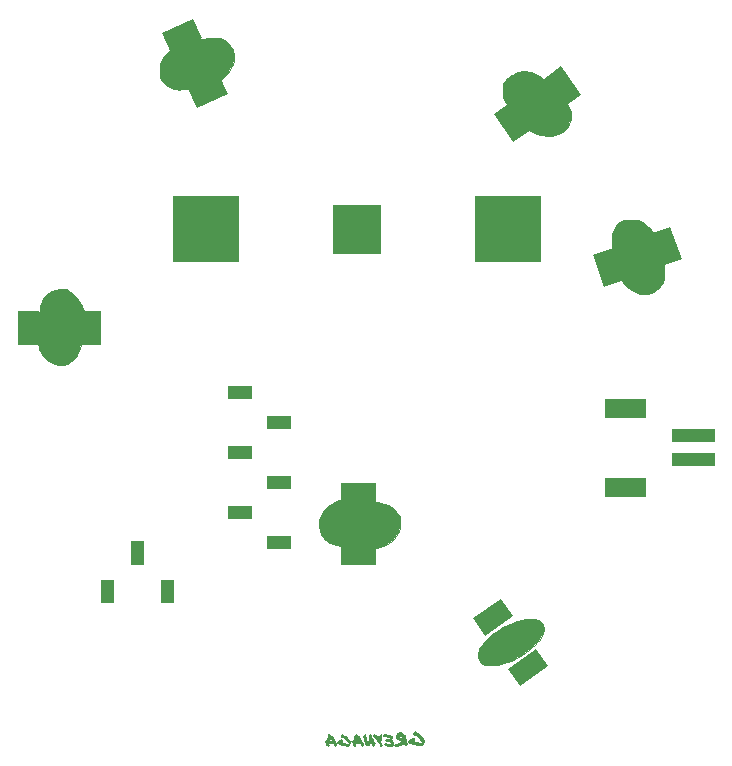
<source format=gbr>
G04 #@! TF.GenerationSoftware,KiCad,Pcbnew,5.1.4-e60b266~84~ubuntu18.04.1*
G04 #@! TF.CreationDate,2019-10-13T13:23:24-06:00*
G04 #@! TF.ProjectId,001,3030312e-6b69-4636-9164-5f7063625858,rev?*
G04 #@! TF.SameCoordinates,Original*
G04 #@! TF.FileFunction,Soldermask,Bot*
G04 #@! TF.FilePolarity,Negative*
%FSLAX46Y46*%
G04 Gerber Fmt 4.6, Leading zero omitted, Abs format (unit mm)*
G04 Created by KiCad (PCBNEW 5.1.4-e60b266~84~ubuntu18.04.1) date 2019-10-13 13:23:24*
%MOMM*%
%LPD*%
G04 APERTURE LIST*
%ADD10C,0.100000*%
%ADD11C,0.010000*%
G04 APERTURE END LIST*
D10*
G36*
X158197799Y-137352371D02*
G01*
X158192599Y-137317921D01*
X158190899Y-137278301D01*
X158070320Y-137068149D01*
X157906678Y-136895894D01*
X157882568Y-136871774D01*
X157863618Y-136845934D01*
X157841228Y-136825264D01*
X157810218Y-136811484D01*
X157706866Y-136720184D01*
X157581120Y-136640944D01*
X157450206Y-136563434D01*
X157329628Y-136477304D01*
X157300348Y-136485904D01*
X157276228Y-136484204D01*
X157236608Y-136530714D01*
X157184928Y-136556554D01*
X157134978Y-136587564D01*
X157098808Y-136635794D01*
X157110868Y-136644394D01*
X157105668Y-136663344D01*
X157102268Y-136682294D01*
X157117768Y-136690894D01*
X157105708Y-136702954D01*
X157093648Y-136715014D01*
X157098848Y-136732234D01*
X157098848Y-136751184D01*
X157191868Y-136804584D01*
X157298666Y-136856264D01*
X157412354Y-136916554D01*
X157526042Y-136988904D01*
X157641453Y-137080204D01*
X157751696Y-137187003D01*
X157851606Y-137302414D01*
X157930846Y-137417825D01*
X157922246Y-137433325D01*
X157911916Y-137448825D01*
X157789615Y-137448825D01*
X157675927Y-137455725D01*
X157667327Y-137441945D01*
X157656987Y-137429885D01*
X157438223Y-137391985D01*
X157231517Y-137336865D01*
X157286637Y-137317915D01*
X157286637Y-137300685D01*
X157267687Y-137283465D01*
X157314197Y-137242125D01*
X157334867Y-137174945D01*
X157322807Y-137150834D01*
X157334867Y-137128444D01*
X157345207Y-137128444D01*
X157348607Y-137135344D01*
X157352007Y-137142244D01*
X157360607Y-137142244D01*
X157352007Y-137111234D01*
X157341667Y-137081954D01*
X157198696Y-136987214D01*
X157143576Y-137023384D01*
X157074676Y-137061284D01*
X157000606Y-137100904D01*
X156929986Y-137138804D01*
X156876586Y-137173255D01*
X156833526Y-137214595D01*
X156792186Y-137255935D01*
X156742236Y-137290384D01*
X156738836Y-137335175D01*
X156735436Y-137376515D01*
X156814676Y-137476425D01*
X156919751Y-137545325D01*
X157042052Y-137595275D01*
X157176411Y-137633175D01*
X157315937Y-137671075D01*
X157452018Y-137715865D01*
X157501968Y-137717565D01*
X157541588Y-137722765D01*
X157579488Y-137729665D01*
X157620828Y-137734865D01*
X157632888Y-137738265D01*
X157639788Y-137746865D01*
X157701798Y-137752065D01*
X157748308Y-137752065D01*
X157798258Y-137758965D01*
X157846488Y-137764165D01*
X158089367Y-137653922D01*
X158185827Y-137369701D01*
X158189227Y-137359371D01*
X158197827Y-137352471D01*
X158197799Y-137352371D01*
X158197799Y-137352371D01*
G37*
G36*
X156662664Y-137620743D02*
G01*
X156239093Y-137011105D01*
X156268373Y-137090345D01*
X156116789Y-137050725D01*
X155966927Y-136988715D01*
X156011717Y-136887085D01*
X156087507Y-136833685D01*
X156087513Y-136833685D01*
X156137463Y-136893975D01*
X156192583Y-136949095D01*
X156239093Y-137011105D01*
X156662664Y-137620743D01*
X156678164Y-137608683D01*
X156693664Y-137579403D01*
X156674714Y-137579403D01*
X156681614Y-137510503D01*
X156666114Y-137448493D01*
X156652334Y-137389923D01*
X156657534Y-137329633D01*
X156645474Y-137326233D01*
X156638574Y-137302113D01*
X156636874Y-137271103D01*
X156638574Y-137243543D01*
X156604124Y-137133299D01*
X156580004Y-137021334D01*
X156557614Y-136912813D01*
X156523164Y-136812903D01*
X156473214Y-136819803D01*
X156437044Y-136842193D01*
X156342304Y-136742283D01*
X156259624Y-136628595D01*
X156163164Y-136528685D01*
X156030527Y-136477005D01*
X155937507Y-136540735D01*
X155853097Y-136623415D01*
X155827257Y-136642365D01*
X155799697Y-136659595D01*
X155799697Y-136685435D01*
X155760077Y-136738835D01*
X155730797Y-136802565D01*
X155704957Y-136869745D01*
X155677397Y-136933475D01*
X155680797Y-136952425D01*
X155677397Y-136967925D01*
X155672197Y-136985145D01*
X155670497Y-137007535D01*
X155730787Y-137155674D01*
X155858256Y-137246975D01*
X156016730Y-137307265D01*
X156170037Y-137360665D01*
X156163137Y-137367565D01*
X156157937Y-137377895D01*
X156078697Y-137427845D01*
X156025297Y-137460575D01*
X155970177Y-137481245D01*
X155885767Y-137501915D01*
X155803087Y-137522585D01*
X155747967Y-137534645D01*
X155696287Y-137541545D01*
X155622217Y-137550145D01*
X155591207Y-137594935D01*
X155573977Y-137646615D01*
X155572277Y-137696565D01*
X155586057Y-137732735D01*
X155577457Y-137739635D01*
X155560237Y-137739635D01*
X155580907Y-137760305D01*
X155598137Y-137784425D01*
X155618807Y-137806815D01*
X155646367Y-137818875D01*
X155804842Y-137820575D01*
X156051166Y-137741335D01*
X156171744Y-137691385D01*
X156252704Y-137648325D01*
X156316434Y-137601815D01*
X156383614Y-137541525D01*
X156390514Y-137548425D01*
X156395714Y-137555325D01*
X156423274Y-137667289D01*
X156474954Y-137755140D01*
X156512854Y-137760340D01*
X156535244Y-137779290D01*
X156561084Y-137777590D01*
X156576584Y-137768990D01*
X156592084Y-137758650D01*
X156619644Y-137755250D01*
X156629984Y-137725970D01*
X156657544Y-137712190D01*
X156654144Y-137686350D01*
X156659344Y-137665679D01*
X156666244Y-137645010D01*
X156662844Y-137620890D01*
X156662664Y-137620743D01*
X156662664Y-137620743D01*
G37*
G36*
X154609386Y-136799087D02*
G01*
X154609386Y-136818037D01*
X154611086Y-136828367D01*
X154611086Y-136840427D01*
X154607686Y-136857657D01*
X154692096Y-136938617D01*
X154793726Y-136969627D01*
X154907414Y-136988577D01*
X155021102Y-137033367D01*
X155062442Y-137033367D01*
X155114122Y-137038567D01*
X155139962Y-137054067D01*
X155170972Y-137062667D01*
X155165772Y-137095398D01*
X155160572Y-137121237D01*
X155027935Y-137119537D01*
X154883241Y-137110937D01*
X154884941Y-137122997D01*
X154886641Y-137131597D01*
X154862521Y-137153987D01*
X154838401Y-137178108D01*
X154814281Y-137198778D01*
X154783271Y-137203978D01*
X154774671Y-137234988D01*
X154778071Y-137267718D01*
X154833191Y-137307338D01*
X154891761Y-137341788D01*
X154955491Y-137367628D01*
X155029561Y-137374528D01*
X155043341Y-137374528D01*
X155053681Y-137369328D01*
X155093301Y-137374528D01*
X155131201Y-137379728D01*
X155177711Y-137372828D01*
X155224221Y-137365928D01*
X155274171Y-137443438D01*
X155313791Y-137531288D01*
X155217331Y-137538188D01*
X155143261Y-137532988D01*
X155072641Y-137524388D01*
X154981341Y-137520988D01*
X154900381Y-137496868D01*
X154812531Y-137476198D01*
X154788411Y-137495148D01*
X154769461Y-137519268D01*
X154748791Y-137538218D01*
X154722951Y-137545118D01*
X154714351Y-137562348D01*
X154709151Y-137579568D01*
X154703951Y-137595068D01*
X154688451Y-137598468D01*
X154748741Y-137686318D01*
X154824531Y-137731108D01*
X154920991Y-137755218D01*
X155036402Y-137775888D01*
X155062242Y-137774188D01*
X155086362Y-137770788D01*
X155181102Y-137786288D01*
X155293068Y-137791488D01*
X155401588Y-137775988D01*
X155485988Y-137731198D01*
X155504938Y-137703638D01*
X155527328Y-137677798D01*
X155534228Y-137627848D01*
X155544558Y-137571008D01*
X155553158Y-137510718D01*
X155549758Y-137457318D01*
X155529088Y-137410808D01*
X155517028Y-137366018D01*
X155506688Y-137357418D01*
X155492908Y-137350518D01*
X155470518Y-137291948D01*
X155446398Y-137238548D01*
X155420558Y-137186868D01*
X155394718Y-137126577D01*
X155430888Y-137078347D01*
X155446388Y-137024947D01*
X155454988Y-136969827D01*
X155467048Y-136911257D01*
X155425708Y-136869917D01*
X155370588Y-136842357D01*
X155306848Y-136825127D01*
X155234498Y-136809627D01*
X155112197Y-136775177D01*
X155005399Y-136756227D01*
X154895156Y-136740727D01*
X154765965Y-136720057D01*
X154736685Y-136735557D01*
X154721185Y-136726957D01*
X154712585Y-136716627D01*
X154669525Y-136766577D01*
X154609235Y-136799307D01*
X154609386Y-136799087D01*
X154609386Y-136799087D01*
G37*
G36*
X154099512Y-137317575D02*
G01*
X154120182Y-137343415D01*
X154137412Y-137372695D01*
X154156362Y-137408865D01*
X154182202Y-137439875D01*
X154199432Y-137481215D01*
X154226992Y-137513945D01*
X154307952Y-137663807D01*
X154318292Y-137694817D01*
X154333792Y-137722377D01*
X154340692Y-137734437D01*
X154345892Y-137743037D01*
X154349292Y-137760267D01*
X154368242Y-137784387D01*
X154387192Y-137803337D01*
X154399252Y-137817117D01*
X154425092Y-137827447D01*
X154578398Y-137693089D01*
X154576698Y-137675859D01*
X154571498Y-137658639D01*
X154564598Y-137637969D01*
X154549098Y-137589739D01*
X154519818Y-137546679D01*
X154504318Y-137508779D01*
X154462978Y-137427819D01*
X154425078Y-137362359D01*
X154402688Y-137324459D01*
X154444028Y-137274509D01*
X154483648Y-137191829D01*
X154507768Y-137121208D01*
X154512968Y-137083308D01*
X154519868Y-137050578D01*
X154528468Y-137012678D01*
X154531868Y-136973058D01*
X154542198Y-136948938D01*
X154538798Y-136931708D01*
X154537098Y-136900698D01*
X154545698Y-136859358D01*
X154554298Y-136821458D01*
X154555998Y-136780118D01*
X154545658Y-136742218D01*
X154512928Y-136709488D01*
X154483648Y-136707788D01*
X154454368Y-136725018D01*
X154425088Y-136740518D01*
X154388918Y-136757748D01*
X154352748Y-136780138D01*
X154340688Y-136804258D01*
X154318298Y-136823208D01*
X154318298Y-136842158D01*
X154316598Y-136861108D01*
X154309698Y-136888668D01*
X154302798Y-136909339D01*
X154297598Y-136955848D01*
X154287268Y-136995468D01*
X154276938Y-137035088D01*
X154275238Y-137079878D01*
X154258008Y-137067818D01*
X154251108Y-137062618D01*
X154244208Y-137057418D01*
X154142578Y-136919614D01*
X154145978Y-136902384D01*
X154109808Y-136867934D01*
X154083968Y-136842094D01*
X154061578Y-136816254D01*
X154042628Y-136802474D01*
X153885876Y-136695676D01*
X153861756Y-136692276D01*
X153854856Y-136714666D01*
X153827296Y-136749116D01*
X153780786Y-136778396D01*
X153765286Y-136788736D01*
X153756686Y-136814576D01*
X153758386Y-136830076D01*
X153751486Y-136847306D01*
X153785936Y-136907596D01*
X153823836Y-136942046D01*
X153853116Y-136967886D01*
X153872066Y-136995446D01*
X153884126Y-137009226D01*
X153930636Y-137064346D01*
X153935836Y-137085016D01*
X153956506Y-137085016D01*
X153965106Y-137091916D01*
X153982336Y-137121196D01*
X153999556Y-137143586D01*
X154008156Y-137152187D01*
X154013356Y-137165967D01*
X154018556Y-137179747D01*
X154046116Y-137214197D01*
X154058176Y-137238317D01*
X154071956Y-137265877D01*
X154090906Y-137291717D01*
X154099512Y-137317575D01*
X154099512Y-137317575D01*
G37*
G36*
X153591360Y-137455379D02*
G01*
X153613750Y-137474329D01*
X153627530Y-137503609D01*
X153639590Y-137532889D01*
X153656820Y-137544949D01*
X153667150Y-137569069D01*
X153680930Y-137591459D01*
X153691260Y-137615579D01*
X153687860Y-137644859D01*
X153705080Y-137674139D01*
X153713680Y-137710309D01*
X153727460Y-137739589D01*
X153765360Y-137749929D01*
X153767060Y-137758529D01*
X153761860Y-137770589D01*
X153791140Y-137772289D01*
X153813530Y-137780889D01*
X153868650Y-137744719D01*
X153906550Y-137687879D01*
X153935830Y-137622419D01*
X153959950Y-137565579D01*
X153958250Y-137529409D01*
X153970310Y-137498399D01*
X153948970Y-137453239D01*
X153927140Y-137407319D01*
X153904830Y-137360649D01*
X153882030Y-137313229D01*
X153858750Y-137265049D01*
X153834980Y-137216119D01*
X153810730Y-137166429D01*
X153785990Y-137115988D01*
X153761170Y-137065248D01*
X153736680Y-137014678D01*
X153712510Y-136964268D01*
X153688660Y-136914018D01*
X153665140Y-136863928D01*
X153641940Y-136813998D01*
X153619060Y-136764228D01*
X153596510Y-136714628D01*
X153519000Y-136750798D01*
X153448380Y-136795588D01*
X153393260Y-136855878D01*
X153363980Y-136929948D01*
X153372580Y-136938548D01*
X153379480Y-136940248D01*
X153372580Y-136952308D01*
X153372580Y-136959208D01*
X153372580Y-136969548D01*
X153367380Y-136985048D01*
X153377710Y-136986748D01*
X153388050Y-136986748D01*
X153384650Y-137017758D01*
X153391550Y-137040148D01*
X153400150Y-137060818D01*
X153398450Y-137088378D01*
X153407050Y-137091778D01*
X153410450Y-137096979D01*
X153415650Y-137102178D01*
X153422550Y-137102178D01*
X153419150Y-137177969D01*
X153422550Y-137255479D01*
X153420850Y-137336439D01*
X153408790Y-137422569D01*
X153310610Y-137329549D01*
X153250320Y-137202080D01*
X153214150Y-137050495D01*
X153188310Y-136885130D01*
X153164190Y-136847230D01*
X153148690Y-136800720D01*
X153134910Y-136750770D01*
X153117680Y-136704260D01*
X153074620Y-136721490D01*
X153040170Y-136749050D01*
X153007440Y-136776610D01*
X152964380Y-136792110D01*
X152926480Y-136848950D01*
X152904090Y-136907520D01*
X152917870Y-136938530D01*
X152926470Y-136972980D01*
X152940250Y-137005710D01*
X152964370Y-137029830D01*
X152978150Y-137112510D01*
X152993650Y-137184861D01*
X153005710Y-137260651D01*
X153009110Y-137345051D01*
X153038390Y-137429451D01*
X153062510Y-137510411D01*
X153105570Y-137563811D01*
X153138300Y-137625821D01*
X153146900Y-137629221D01*
X153158960Y-137624021D01*
X153158960Y-137634361D01*
X153164160Y-137641261D01*
X153167560Y-137648161D01*
X153164160Y-137661941D01*
X153207220Y-137691221D01*
X153248560Y-137725671D01*
X153300240Y-137746341D01*
X153377750Y-137734281D01*
X153503496Y-137615425D01*
X153591346Y-137455228D01*
X153591360Y-137455379D01*
X153591360Y-137455379D01*
G37*
G36*
X152037622Y-137624189D02*
G01*
X152535438Y-137326188D01*
X152442418Y-137319288D01*
X152347678Y-137303788D01*
X152373518Y-137196990D01*
X152402798Y-137085023D01*
X152413128Y-137102253D01*
X152480308Y-137183214D01*
X152533708Y-137267624D01*
X152554378Y-137298634D01*
X152573328Y-137329644D01*
X152554378Y-137327944D01*
X152535428Y-137326244D01*
X152535438Y-137326188D01*
X152037622Y-137624189D01*
X152068632Y-137684479D01*
X152115142Y-137737879D01*
X152173712Y-137775779D01*
X152242612Y-137793009D01*
X152273622Y-137780949D01*
X152289122Y-137770619D01*
X152299462Y-137765419D01*
X152306362Y-137760219D01*
X152327032Y-137751619D01*
X152320132Y-137729229D01*
X152321832Y-137708559D01*
X152342502Y-137686169D01*
X152352842Y-137675829D01*
X152361442Y-137665498D01*
X152390722Y-137632769D01*
X152344212Y-137620709D01*
X152287362Y-137589699D01*
X152275302Y-137525959D01*
X152333872Y-137524259D01*
X152380382Y-137536319D01*
X152444112Y-137551819D01*
X152513012Y-137557019D01*
X152538852Y-137557019D01*
X152564692Y-137553619D01*
X152581912Y-137550219D01*
X152588812Y-137529549D01*
X152595712Y-137522649D01*
X152614662Y-137500259D01*
X152618062Y-137462359D01*
X152628392Y-137431349D01*
X152643892Y-137474409D01*
X152650792Y-137491639D01*
X152668022Y-137495039D01*
X152673222Y-137503639D01*
X152674922Y-137512239D01*
X152683522Y-137541519D01*
X152690422Y-137548419D01*
X152697322Y-137553619D01*
X152705922Y-137584629D01*
X152716262Y-137613909D01*
X152731762Y-137658699D01*
X152735162Y-137700039D01*
X152742062Y-137718989D01*
X152761012Y-137736219D01*
X152781682Y-137746549D01*
X152792022Y-137753449D01*
X152800622Y-137756849D01*
X152805822Y-137775799D01*
X152826492Y-137779199D01*
X152854052Y-137784399D01*
X152871282Y-137786099D01*
X152888512Y-137784399D01*
X152917792Y-137760279D01*
X152941912Y-137741329D01*
X152959132Y-137710319D01*
X152962532Y-137691369D01*
X152965932Y-137674139D01*
X152971132Y-137663809D01*
X152993522Y-137643139D01*
X152974572Y-137627639D01*
X152972872Y-137598359D01*
X152900522Y-137429550D01*
X152819562Y-137264185D01*
X152793722Y-137209065D01*
X152766162Y-137153944D01*
X152767862Y-137141884D01*
X152764462Y-137126384D01*
X152733452Y-137074704D01*
X152709332Y-137026474D01*
X152681772Y-136969634D01*
X152643872Y-136912794D01*
X152616312Y-136900735D01*
X152604252Y-136897334D01*
X152588752Y-136893934D01*
X152562912Y-136897334D01*
X152478512Y-136835324D01*
X152404442Y-136737134D01*
X152387212Y-136713024D01*
X152364822Y-136726804D01*
X152340702Y-136737134D01*
X152307972Y-136745734D01*
X152249402Y-136761234D01*
X152204612Y-136787074D01*
X152192552Y-136828414D01*
X152187352Y-136855974D01*
X152178752Y-136914544D01*
X152171852Y-136980004D01*
X152158072Y-137038574D01*
X152146012Y-137095414D01*
X152128792Y-137176375D01*
X152106402Y-137248725D01*
X152089172Y-137250425D01*
X152071952Y-137245225D01*
X152049562Y-137241825D01*
X152030612Y-137240125D01*
X152023712Y-137257355D01*
X152006482Y-137274585D01*
X151973752Y-137284925D01*
X151954802Y-137300425D01*
X151941022Y-137310765D01*
X151915182Y-137321095D01*
X151928962Y-137346935D01*
X151978912Y-137407225D01*
X152049532Y-137453735D01*
X152047832Y-137474405D01*
X152042632Y-137493355D01*
X152034032Y-137553645D01*
X152034032Y-137617375D01*
X152037622Y-137624189D01*
X152037622Y-137624189D01*
G37*
G36*
X150700924Y-137458824D02*
G01*
X150809445Y-137574235D01*
X150957584Y-137641415D01*
X151128116Y-137687925D01*
X151298649Y-137741325D01*
X151341709Y-137743025D01*
X151376159Y-137748225D01*
X151407169Y-137753425D01*
X151441619Y-137756825D01*
X151450219Y-137760225D01*
X151455419Y-137767125D01*
X151508819Y-137772325D01*
X151546719Y-137772325D01*
X151589779Y-137777525D01*
X151627679Y-137782725D01*
X151830940Y-137691425D01*
X151911900Y-137453713D01*
X151915300Y-137443383D01*
X151922200Y-137438183D01*
X151918800Y-137408903D01*
X151917100Y-137377893D01*
X151815470Y-137202193D01*
X151679389Y-137057498D01*
X151658719Y-137036828D01*
X151643219Y-137016158D01*
X151624269Y-136998928D01*
X151598429Y-136986868D01*
X151512299Y-136911078D01*
X151407224Y-136845618D01*
X151298704Y-136781888D01*
X151198794Y-136709538D01*
X151171234Y-136714738D01*
X151152284Y-136714738D01*
X151119554Y-136750908D01*
X151076494Y-136773298D01*
X151035154Y-136799138D01*
X151005874Y-136840478D01*
X151016214Y-136849078D01*
X151011014Y-136864578D01*
X151009314Y-136880078D01*
X151021374Y-136886978D01*
X151011044Y-136897318D01*
X151000704Y-136905918D01*
X151005904Y-136919698D01*
X151005904Y-136936928D01*
X151083424Y-136979988D01*
X151171274Y-137024778D01*
X151266014Y-137074728D01*
X151360754Y-137135018D01*
X151455494Y-137212539D01*
X151548514Y-137300389D01*
X151632924Y-137396849D01*
X151700104Y-137493309D01*
X151693204Y-137507089D01*
X151684604Y-137519149D01*
X151582974Y-137519149D01*
X151486514Y-137524349D01*
X151479614Y-137514009D01*
X151471014Y-137503669D01*
X151288424Y-137472659D01*
X151116169Y-137426149D01*
X151142009Y-137417549D01*
X151162679Y-137408949D01*
X151162679Y-137395169D01*
X151145449Y-137381389D01*
X151185069Y-137346939D01*
X151202299Y-137291819D01*
X151191969Y-137271149D01*
X151202299Y-137252199D01*
X151210899Y-137252199D01*
X151214299Y-137257399D01*
X151215999Y-137264299D01*
X151224599Y-137262599D01*
X151217699Y-137236759D01*
X151207359Y-137212649D01*
X151088504Y-137133408D01*
X151041994Y-137164419D01*
X150985154Y-137197149D01*
X150923144Y-137229879D01*
X150862854Y-137260889D01*
X150819794Y-137288449D01*
X150783624Y-137324619D01*
X150749174Y-137359069D01*
X150706114Y-137388349D01*
X150704414Y-137424519D01*
X150701014Y-137458969D01*
X150700924Y-137458824D01*
X150700924Y-137458824D01*
G37*
G36*
X149772623Y-137612496D02*
G01*
X150266839Y-137307681D01*
X150173819Y-137300781D01*
X150079079Y-137285280D01*
X150104919Y-137178483D01*
X150134199Y-137066516D01*
X150144539Y-137083746D01*
X150211719Y-137164707D01*
X150265119Y-137249117D01*
X150285789Y-137280127D01*
X150304739Y-137311137D01*
X150285789Y-137309437D01*
X150266839Y-137307737D01*
X150266839Y-137307681D01*
X149772623Y-137612496D01*
X149803633Y-137672786D01*
X149850143Y-137726186D01*
X149908713Y-137764086D01*
X149977613Y-137781316D01*
X150008623Y-137769256D01*
X150024123Y-137758926D01*
X150034463Y-137753726D01*
X150041363Y-137748526D01*
X150062033Y-137739926D01*
X150055133Y-137717536D01*
X150056833Y-137696866D01*
X150077503Y-137674476D01*
X150087843Y-137664135D01*
X150096443Y-137653806D01*
X150125723Y-137621076D01*
X150079213Y-137609016D01*
X150022363Y-137578006D01*
X150010303Y-137514266D01*
X150068873Y-137512566D01*
X150115383Y-137524626D01*
X150179113Y-137540126D01*
X150248013Y-137545326D01*
X150273853Y-137545326D01*
X150299693Y-137541926D01*
X150316913Y-137538526D01*
X150323813Y-137517856D01*
X150330713Y-137510956D01*
X150349663Y-137488566D01*
X150353063Y-137450666D01*
X150363393Y-137419655D01*
X150378893Y-137462716D01*
X150385793Y-137479946D01*
X150403023Y-137483346D01*
X150408223Y-137491946D01*
X150409923Y-137500546D01*
X150418523Y-137529826D01*
X150425423Y-137536726D01*
X150432323Y-137541926D01*
X150440923Y-137572936D01*
X150451263Y-137602216D01*
X150466763Y-137647006D01*
X150470163Y-137688346D01*
X150477063Y-137707296D01*
X150496013Y-137724526D01*
X150516683Y-137734856D01*
X150527023Y-137741756D01*
X150535623Y-137745156D01*
X150540823Y-137764106D01*
X150561493Y-137767506D01*
X150589053Y-137772706D01*
X150606283Y-137774406D01*
X150623513Y-137772706D01*
X150652793Y-137748586D01*
X150676913Y-137729636D01*
X150694133Y-137698626D01*
X150697533Y-137679675D01*
X150700933Y-137662446D01*
X150706133Y-137652116D01*
X150728523Y-137631446D01*
X150709573Y-137615946D01*
X150707873Y-137586666D01*
X150635523Y-137417857D01*
X150554563Y-137252492D01*
X150528723Y-137197372D01*
X150501163Y-137142251D01*
X150502863Y-137130191D01*
X150499463Y-137114691D01*
X150468453Y-137063011D01*
X150444333Y-137014781D01*
X150416773Y-136957941D01*
X150378873Y-136901102D01*
X150351313Y-136889041D01*
X150339253Y-136885641D01*
X150323753Y-136882241D01*
X150297913Y-136885641D01*
X150213513Y-136823631D01*
X150139443Y-136725441D01*
X150122213Y-136701331D01*
X150099823Y-136715111D01*
X150075703Y-136725441D01*
X150042973Y-136734041D01*
X149984403Y-136749541D01*
X149939613Y-136775381D01*
X149927553Y-136816721D01*
X149922353Y-136844281D01*
X149913753Y-136902851D01*
X149906853Y-136968311D01*
X149893073Y-137026881D01*
X149881013Y-137083721D01*
X149863783Y-137164682D01*
X149841393Y-137237032D01*
X149824163Y-137238732D01*
X149806943Y-137233532D01*
X149784553Y-137230132D01*
X149765603Y-137228432D01*
X149758703Y-137245662D01*
X149741473Y-137262892D01*
X149708743Y-137273232D01*
X149689793Y-137288732D01*
X149676013Y-137299072D01*
X149650173Y-137309402D01*
X149663953Y-137335242D01*
X149713903Y-137395532D01*
X149784523Y-137442042D01*
X149782823Y-137462712D01*
X149777623Y-137481662D01*
X149769023Y-137541952D01*
X149769023Y-137605682D01*
X149772623Y-137612496D01*
X149772623Y-137612496D01*
G37*
D11*
G36*
X167205272Y-126950987D02*
G01*
X167350602Y-126960011D01*
X167470401Y-126976097D01*
X167513000Y-126985639D01*
X167713705Y-127056211D01*
X167882842Y-127152254D01*
X168019009Y-127272708D01*
X168120804Y-127416517D01*
X168142888Y-127460676D01*
X168186169Y-127593546D01*
X168208115Y-127748799D01*
X168207813Y-127911733D01*
X168184348Y-128067649D01*
X168181378Y-128079631D01*
X168109598Y-128285900D01*
X167999440Y-128499710D01*
X167853671Y-128718635D01*
X167675056Y-128940248D01*
X167466363Y-129162122D01*
X167230356Y-129381831D01*
X166969801Y-129596947D01*
X166687464Y-129805045D01*
X166386112Y-130003697D01*
X166068510Y-130190476D01*
X165737424Y-130362956D01*
X165406917Y-130513914D01*
X165125260Y-130624528D01*
X164840525Y-130718891D01*
X164558522Y-130795863D01*
X164285059Y-130854304D01*
X164025944Y-130893073D01*
X163786986Y-130911030D01*
X163573994Y-130907034D01*
X163467415Y-130894654D01*
X163255333Y-130843949D01*
X163071592Y-130765179D01*
X162917946Y-130660436D01*
X162796153Y-130531813D01*
X162707965Y-130381404D01*
X162655140Y-130211301D01*
X162639432Y-130023596D01*
X162646912Y-129916393D01*
X162690185Y-129710484D01*
X162771341Y-129500165D01*
X162891104Y-129284228D01*
X163050195Y-129061465D01*
X163249338Y-128830669D01*
X163373015Y-128703038D01*
X163682888Y-128418555D01*
X164024155Y-128148996D01*
X164390664Y-127897643D01*
X164776262Y-127667778D01*
X165174797Y-127462685D01*
X165580114Y-127285647D01*
X165986063Y-127139945D01*
X166386489Y-127028862D01*
X166592250Y-126985541D01*
X166727902Y-126966303D01*
X166882743Y-126954132D01*
X167045593Y-126949028D01*
X167205272Y-126950987D01*
X167205272Y-126950987D01*
G37*
X167205272Y-126950987D02*
X167350602Y-126960011D01*
X167470401Y-126976097D01*
X167513000Y-126985639D01*
X167713705Y-127056211D01*
X167882842Y-127152254D01*
X168019009Y-127272708D01*
X168120804Y-127416517D01*
X168142888Y-127460676D01*
X168186169Y-127593546D01*
X168208115Y-127748799D01*
X168207813Y-127911733D01*
X168184348Y-128067649D01*
X168181378Y-128079631D01*
X168109598Y-128285900D01*
X167999440Y-128499710D01*
X167853671Y-128718635D01*
X167675056Y-128940248D01*
X167466363Y-129162122D01*
X167230356Y-129381831D01*
X166969801Y-129596947D01*
X166687464Y-129805045D01*
X166386112Y-130003697D01*
X166068510Y-130190476D01*
X165737424Y-130362956D01*
X165406917Y-130513914D01*
X165125260Y-130624528D01*
X164840525Y-130718891D01*
X164558522Y-130795863D01*
X164285059Y-130854304D01*
X164025944Y-130893073D01*
X163786986Y-130911030D01*
X163573994Y-130907034D01*
X163467415Y-130894654D01*
X163255333Y-130843949D01*
X163071592Y-130765179D01*
X162917946Y-130660436D01*
X162796153Y-130531813D01*
X162707965Y-130381404D01*
X162655140Y-130211301D01*
X162639432Y-130023596D01*
X162646912Y-129916393D01*
X162690185Y-129710484D01*
X162771341Y-129500165D01*
X162891104Y-129284228D01*
X163050195Y-129061465D01*
X163249338Y-128830669D01*
X163373015Y-128703038D01*
X163682888Y-128418555D01*
X164024155Y-128148996D01*
X164390664Y-127897643D01*
X164776262Y-127667778D01*
X165174797Y-127462685D01*
X165580114Y-127285647D01*
X165986063Y-127139945D01*
X166386489Y-127028862D01*
X166592250Y-126985541D01*
X166727902Y-126966303D01*
X166882743Y-126954132D01*
X167045593Y-126949028D01*
X167205272Y-126950987D01*
G36*
X152024693Y-116760379D02*
G01*
X152204297Y-116764762D01*
X152382233Y-116771878D01*
X152549735Y-116781517D01*
X152698037Y-116793469D01*
X152812750Y-116806718D01*
X153047222Y-116843458D01*
X153305635Y-116890112D01*
X153578990Y-116944640D01*
X153858290Y-117005000D01*
X154134536Y-117069152D01*
X154398731Y-117135055D01*
X154641876Y-117200668D01*
X154854974Y-117263951D01*
X154917501Y-117284084D01*
X155099868Y-117362449D01*
X155285566Y-117475884D01*
X155467776Y-117618359D01*
X155639677Y-117783848D01*
X155794447Y-117966321D01*
X155925267Y-118159749D01*
X155943080Y-118190532D01*
X156019916Y-118367070D01*
X156066605Y-118567291D01*
X156083469Y-118785488D01*
X156070830Y-119015954D01*
X156029008Y-119252981D01*
X155958326Y-119490863D01*
X155859104Y-119723891D01*
X155856437Y-119729250D01*
X155709694Y-119986144D01*
X155540933Y-120211158D01*
X155347996Y-120405796D01*
X155128725Y-120571564D01*
X154880962Y-120709965D01*
X154602548Y-120822504D01*
X154291326Y-120910684D01*
X154106087Y-120949216D01*
X153997221Y-120964493D01*
X153853221Y-120977427D01*
X153681230Y-120987909D01*
X153488388Y-120995833D01*
X153281838Y-121001091D01*
X153068721Y-121003576D01*
X152856177Y-121003180D01*
X152651349Y-120999796D01*
X152461377Y-120993316D01*
X152293403Y-120983634D01*
X152220084Y-120977576D01*
X151772384Y-120929058D01*
X151365409Y-120870771D01*
X150998657Y-120802573D01*
X150671629Y-120724323D01*
X150383825Y-120635879D01*
X150134745Y-120537099D01*
X149923889Y-120427841D01*
X149750756Y-120307964D01*
X149699006Y-120263497D01*
X149597604Y-120159564D01*
X149509322Y-120042601D01*
X149431341Y-119906899D01*
X149360846Y-119746747D01*
X149295019Y-119556436D01*
X149231042Y-119330254D01*
X149222828Y-119298367D01*
X149184595Y-119125534D01*
X149165981Y-118974118D01*
X149166583Y-118828237D01*
X149185997Y-118672011D01*
X149204483Y-118576225D01*
X149253274Y-118398635D01*
X149324661Y-118228840D01*
X149422435Y-118060374D01*
X149550390Y-117886768D01*
X149712319Y-117701556D01*
X149725868Y-117687092D01*
X149981743Y-117444132D01*
X150259581Y-117234715D01*
X150556079Y-117060573D01*
X150867935Y-116923441D01*
X151191847Y-116825051D01*
X151464927Y-116774390D01*
X151563539Y-116765736D01*
X151695548Y-116760656D01*
X151852188Y-116758941D01*
X152024693Y-116760379D01*
X152024693Y-116760379D01*
G37*
X152024693Y-116760379D02*
X152204297Y-116764762D01*
X152382233Y-116771878D01*
X152549735Y-116781517D01*
X152698037Y-116793469D01*
X152812750Y-116806718D01*
X153047222Y-116843458D01*
X153305635Y-116890112D01*
X153578990Y-116944640D01*
X153858290Y-117005000D01*
X154134536Y-117069152D01*
X154398731Y-117135055D01*
X154641876Y-117200668D01*
X154854974Y-117263951D01*
X154917501Y-117284084D01*
X155099868Y-117362449D01*
X155285566Y-117475884D01*
X155467776Y-117618359D01*
X155639677Y-117783848D01*
X155794447Y-117966321D01*
X155925267Y-118159749D01*
X155943080Y-118190532D01*
X156019916Y-118367070D01*
X156066605Y-118567291D01*
X156083469Y-118785488D01*
X156070830Y-119015954D01*
X156029008Y-119252981D01*
X155958326Y-119490863D01*
X155859104Y-119723891D01*
X155856437Y-119729250D01*
X155709694Y-119986144D01*
X155540933Y-120211158D01*
X155347996Y-120405796D01*
X155128725Y-120571564D01*
X154880962Y-120709965D01*
X154602548Y-120822504D01*
X154291326Y-120910684D01*
X154106087Y-120949216D01*
X153997221Y-120964493D01*
X153853221Y-120977427D01*
X153681230Y-120987909D01*
X153488388Y-120995833D01*
X153281838Y-121001091D01*
X153068721Y-121003576D01*
X152856177Y-121003180D01*
X152651349Y-120999796D01*
X152461377Y-120993316D01*
X152293403Y-120983634D01*
X152220084Y-120977576D01*
X151772384Y-120929058D01*
X151365409Y-120870771D01*
X150998657Y-120802573D01*
X150671629Y-120724323D01*
X150383825Y-120635879D01*
X150134745Y-120537099D01*
X149923889Y-120427841D01*
X149750756Y-120307964D01*
X149699006Y-120263497D01*
X149597604Y-120159564D01*
X149509322Y-120042601D01*
X149431341Y-119906899D01*
X149360846Y-119746747D01*
X149295019Y-119556436D01*
X149231042Y-119330254D01*
X149222828Y-119298367D01*
X149184595Y-119125534D01*
X149165981Y-118974118D01*
X149166583Y-118828237D01*
X149185997Y-118672011D01*
X149204483Y-118576225D01*
X149253274Y-118398635D01*
X149324661Y-118228840D01*
X149422435Y-118060374D01*
X149550390Y-117886768D01*
X149712319Y-117701556D01*
X149725868Y-117687092D01*
X149981743Y-117444132D01*
X150259581Y-117234715D01*
X150556079Y-117060573D01*
X150867935Y-116923441D01*
X151191847Y-116825051D01*
X151464927Y-116774390D01*
X151563539Y-116765736D01*
X151695548Y-116760656D01*
X151852188Y-116758941D01*
X152024693Y-116760379D01*
G36*
X127644854Y-99048074D02*
G01*
X127760896Y-99071408D01*
X127780365Y-99078155D01*
X127928417Y-99148945D01*
X128091789Y-99253497D01*
X128265715Y-99388309D01*
X128445430Y-99549876D01*
X128514569Y-99617882D01*
X128718858Y-99838822D01*
X128888324Y-100056426D01*
X129028889Y-100278848D01*
X129113606Y-100442501D01*
X129158773Y-100538914D01*
X129194406Y-100620908D01*
X129221741Y-100695517D01*
X129242010Y-100769776D01*
X129256449Y-100850718D01*
X129266291Y-100945378D01*
X129272771Y-101060791D01*
X129277123Y-101203991D01*
X129280582Y-101382011D01*
X129280814Y-101395487D01*
X129282922Y-101726013D01*
X129276540Y-102029270D01*
X129260497Y-102313647D01*
X129233626Y-102587533D01*
X129194757Y-102859317D01*
X129142722Y-103137389D01*
X129076352Y-103430137D01*
X128994477Y-103745950D01*
X128913165Y-104034167D01*
X128852684Y-104230645D01*
X128794098Y-104393632D01*
X128733463Y-104531567D01*
X128666837Y-104652887D01*
X128590278Y-104766031D01*
X128542012Y-104828448D01*
X128451371Y-104932335D01*
X128341611Y-105044678D01*
X128223687Y-105155251D01*
X128108557Y-105253825D01*
X128007175Y-105330173D01*
X127997811Y-105336459D01*
X127907713Y-105378881D01*
X127784047Y-105412086D01*
X127634728Y-105435297D01*
X127467672Y-105447735D01*
X127290794Y-105448624D01*
X127112009Y-105437184D01*
X127048027Y-105429810D01*
X126835290Y-105390369D01*
X126640951Y-105327890D01*
X126458094Y-105238633D01*
X126279801Y-105118857D01*
X126099155Y-104964819D01*
X125989794Y-104857504D01*
X125831056Y-104682037D01*
X125700970Y-104507272D01*
X125595801Y-104325318D01*
X125511810Y-104128288D01*
X125445261Y-103908293D01*
X125392418Y-103657444D01*
X125376878Y-103563521D01*
X125361276Y-103430455D01*
X125349837Y-103263786D01*
X125342555Y-103072035D01*
X125339425Y-102863728D01*
X125340443Y-102647386D01*
X125345603Y-102431534D01*
X125354900Y-102224696D01*
X125368329Y-102035394D01*
X125377825Y-101938667D01*
X125425676Y-101542179D01*
X125477696Y-101185478D01*
X125534898Y-100866131D01*
X125598298Y-100581711D01*
X125668911Y-100329786D01*
X125747751Y-100107926D01*
X125835835Y-99913702D01*
X125934176Y-99744684D01*
X126043790Y-99598440D01*
X126165691Y-99472542D01*
X126300896Y-99364560D01*
X126450417Y-99272062D01*
X126503117Y-99244500D01*
X126641977Y-99185648D01*
X126803096Y-99135213D01*
X126977967Y-99094304D01*
X127158084Y-99064027D01*
X127334941Y-99045491D01*
X127500033Y-99039805D01*
X127644854Y-99048074D01*
X127644854Y-99048074D01*
G37*
X127644854Y-99048074D02*
X127760896Y-99071408D01*
X127780365Y-99078155D01*
X127928417Y-99148945D01*
X128091789Y-99253497D01*
X128265715Y-99388309D01*
X128445430Y-99549876D01*
X128514569Y-99617882D01*
X128718858Y-99838822D01*
X128888324Y-100056426D01*
X129028889Y-100278848D01*
X129113606Y-100442501D01*
X129158773Y-100538914D01*
X129194406Y-100620908D01*
X129221741Y-100695517D01*
X129242010Y-100769776D01*
X129256449Y-100850718D01*
X129266291Y-100945378D01*
X129272771Y-101060791D01*
X129277123Y-101203991D01*
X129280582Y-101382011D01*
X129280814Y-101395487D01*
X129282922Y-101726013D01*
X129276540Y-102029270D01*
X129260497Y-102313647D01*
X129233626Y-102587533D01*
X129194757Y-102859317D01*
X129142722Y-103137389D01*
X129076352Y-103430137D01*
X128994477Y-103745950D01*
X128913165Y-104034167D01*
X128852684Y-104230645D01*
X128794098Y-104393632D01*
X128733463Y-104531567D01*
X128666837Y-104652887D01*
X128590278Y-104766031D01*
X128542012Y-104828448D01*
X128451371Y-104932335D01*
X128341611Y-105044678D01*
X128223687Y-105155251D01*
X128108557Y-105253825D01*
X128007175Y-105330173D01*
X127997811Y-105336459D01*
X127907713Y-105378881D01*
X127784047Y-105412086D01*
X127634728Y-105435297D01*
X127467672Y-105447735D01*
X127290794Y-105448624D01*
X127112009Y-105437184D01*
X127048027Y-105429810D01*
X126835290Y-105390369D01*
X126640951Y-105327890D01*
X126458094Y-105238633D01*
X126279801Y-105118857D01*
X126099155Y-104964819D01*
X125989794Y-104857504D01*
X125831056Y-104682037D01*
X125700970Y-104507272D01*
X125595801Y-104325318D01*
X125511810Y-104128288D01*
X125445261Y-103908293D01*
X125392418Y-103657444D01*
X125376878Y-103563521D01*
X125361276Y-103430455D01*
X125349837Y-103263786D01*
X125342555Y-103072035D01*
X125339425Y-102863728D01*
X125340443Y-102647386D01*
X125345603Y-102431534D01*
X125354900Y-102224696D01*
X125368329Y-102035394D01*
X125377825Y-101938667D01*
X125425676Y-101542179D01*
X125477696Y-101185478D01*
X125534898Y-100866131D01*
X125598298Y-100581711D01*
X125668911Y-100329786D01*
X125747751Y-100107926D01*
X125835835Y-99913702D01*
X125934176Y-99744684D01*
X126043790Y-99598440D01*
X126165691Y-99472542D01*
X126300896Y-99364560D01*
X126450417Y-99272062D01*
X126503117Y-99244500D01*
X126641977Y-99185648D01*
X126803096Y-99135213D01*
X126977967Y-99094304D01*
X127158084Y-99064027D01*
X127334941Y-99045491D01*
X127500033Y-99039805D01*
X127644854Y-99048074D01*
G36*
X175700412Y-93157967D02*
G01*
X175723349Y-93158374D01*
X176159584Y-93166432D01*
X176345164Y-93243428D01*
X176576551Y-93356709D01*
X176792687Y-93498885D01*
X176994429Y-93671303D01*
X177182628Y-93875313D01*
X177358141Y-94112264D01*
X177521821Y-94383504D01*
X177674522Y-94690382D01*
X177817099Y-95034246D01*
X177950405Y-95416446D01*
X178075295Y-95838331D01*
X178136840Y-96072439D01*
X178211655Y-96378665D01*
X178272461Y-96651543D01*
X178320230Y-96897320D01*
X178355933Y-97122242D01*
X178380538Y-97332557D01*
X178395018Y-97534512D01*
X178400343Y-97734353D01*
X178400407Y-97768834D01*
X178394449Y-97991790D01*
X178375957Y-98180467D01*
X178342861Y-98341602D01*
X178293091Y-98481937D01*
X178224576Y-98608210D01*
X178135246Y-98727161D01*
X178090744Y-98776857D01*
X177950533Y-98912057D01*
X177786818Y-99045776D01*
X177610388Y-99170627D01*
X177432035Y-99279220D01*
X177262550Y-99364166D01*
X177190529Y-99393269D01*
X177060767Y-99428073D01*
X176906075Y-99449518D01*
X176741956Y-99456798D01*
X176583909Y-99449106D01*
X176468715Y-99430834D01*
X176145288Y-99335973D01*
X175836556Y-99203015D01*
X175545844Y-99034640D01*
X175276476Y-98833528D01*
X175031775Y-98602360D01*
X174815066Y-98343815D01*
X174629671Y-98060575D01*
X174528351Y-97866230D01*
X174454049Y-97688531D01*
X174380703Y-97474416D01*
X174309464Y-97229805D01*
X174241486Y-96960614D01*
X174177920Y-96672761D01*
X174119921Y-96372164D01*
X174068640Y-96064740D01*
X174025230Y-95756408D01*
X173990845Y-95453086D01*
X173966636Y-95160690D01*
X173954817Y-94921917D01*
X173950600Y-94751882D01*
X173951216Y-94614752D01*
X173958448Y-94501210D01*
X173974083Y-94401936D01*
X173999907Y-94307613D01*
X174037704Y-94208921D01*
X174089262Y-94096544D01*
X174128133Y-94017488D01*
X174226219Y-93831814D01*
X174319857Y-93680824D01*
X174414929Y-93558151D01*
X174517315Y-93457425D01*
X174632895Y-93372278D01*
X174767549Y-93296340D01*
X174815500Y-93273005D01*
X174905876Y-93234180D01*
X174996939Y-93204249D01*
X175095485Y-93182353D01*
X175208310Y-93167635D01*
X175342209Y-93159237D01*
X175503977Y-93156300D01*
X175700412Y-93157967D01*
X175700412Y-93157967D01*
G37*
X175700412Y-93157967D02*
X175723349Y-93158374D01*
X176159584Y-93166432D01*
X176345164Y-93243428D01*
X176576551Y-93356709D01*
X176792687Y-93498885D01*
X176994429Y-93671303D01*
X177182628Y-93875313D01*
X177358141Y-94112264D01*
X177521821Y-94383504D01*
X177674522Y-94690382D01*
X177817099Y-95034246D01*
X177950405Y-95416446D01*
X178075295Y-95838331D01*
X178136840Y-96072439D01*
X178211655Y-96378665D01*
X178272461Y-96651543D01*
X178320230Y-96897320D01*
X178355933Y-97122242D01*
X178380538Y-97332557D01*
X178395018Y-97534512D01*
X178400343Y-97734353D01*
X178400407Y-97768834D01*
X178394449Y-97991790D01*
X178375957Y-98180467D01*
X178342861Y-98341602D01*
X178293091Y-98481937D01*
X178224576Y-98608210D01*
X178135246Y-98727161D01*
X178090744Y-98776857D01*
X177950533Y-98912057D01*
X177786818Y-99045776D01*
X177610388Y-99170627D01*
X177432035Y-99279220D01*
X177262550Y-99364166D01*
X177190529Y-99393269D01*
X177060767Y-99428073D01*
X176906075Y-99449518D01*
X176741956Y-99456798D01*
X176583909Y-99449106D01*
X176468715Y-99430834D01*
X176145288Y-99335973D01*
X175836556Y-99203015D01*
X175545844Y-99034640D01*
X175276476Y-98833528D01*
X175031775Y-98602360D01*
X174815066Y-98343815D01*
X174629671Y-98060575D01*
X174528351Y-97866230D01*
X174454049Y-97688531D01*
X174380703Y-97474416D01*
X174309464Y-97229805D01*
X174241486Y-96960614D01*
X174177920Y-96672761D01*
X174119921Y-96372164D01*
X174068640Y-96064740D01*
X174025230Y-95756408D01*
X173990845Y-95453086D01*
X173966636Y-95160690D01*
X173954817Y-94921917D01*
X173950600Y-94751882D01*
X173951216Y-94614752D01*
X173958448Y-94501210D01*
X173974083Y-94401936D01*
X173999907Y-94307613D01*
X174037704Y-94208921D01*
X174089262Y-94096544D01*
X174128133Y-94017488D01*
X174226219Y-93831814D01*
X174319857Y-93680824D01*
X174414929Y-93558151D01*
X174517315Y-93457425D01*
X174632895Y-93372278D01*
X174767549Y-93296340D01*
X174815500Y-93273005D01*
X174905876Y-93234180D01*
X174996939Y-93204249D01*
X175095485Y-93182353D01*
X175208310Y-93167635D01*
X175342209Y-93159237D01*
X175503977Y-93156300D01*
X175700412Y-93157967D01*
G36*
X166649107Y-80604052D02*
G01*
X166780432Y-80611074D01*
X166871572Y-80622321D01*
X167118895Y-80678919D01*
X167368215Y-80765897D01*
X167621652Y-80884571D01*
X167881328Y-81036260D01*
X168149365Y-81222279D01*
X168427885Y-81443947D01*
X168719010Y-81702582D01*
X168917445Y-81892555D01*
X169246881Y-82226172D01*
X169539303Y-82543118D01*
X169794574Y-82843189D01*
X170012557Y-83126179D01*
X170193117Y-83391884D01*
X170336117Y-83640100D01*
X170441421Y-83870621D01*
X170508893Y-84083244D01*
X170538395Y-84277763D01*
X170539834Y-84328000D01*
X170525769Y-84478209D01*
X170486155Y-84650237D01*
X170424857Y-84835461D01*
X170345741Y-85025259D01*
X170252675Y-85211007D01*
X170149526Y-85384082D01*
X170040159Y-85535861D01*
X169955268Y-85631658D01*
X169806661Y-85754289D01*
X169624818Y-85858214D01*
X169415043Y-85942241D01*
X169182641Y-86005181D01*
X168932915Y-86045841D01*
X168671169Y-86063032D01*
X168402708Y-86055563D01*
X168180560Y-86030090D01*
X167886128Y-85970186D01*
X167608401Y-85883423D01*
X167343442Y-85767456D01*
X167087315Y-85619940D01*
X166836084Y-85438529D01*
X166585811Y-85220880D01*
X166332559Y-84964647D01*
X166262077Y-84887337D01*
X166055363Y-84651513D01*
X165855386Y-84412771D01*
X165664565Y-84174574D01*
X165485320Y-83940379D01*
X165320069Y-83713649D01*
X165171232Y-83497842D01*
X165041229Y-83296420D01*
X164932478Y-83112841D01*
X164847398Y-82950567D01*
X164788409Y-82813057D01*
X164768465Y-82751084D01*
X164752370Y-82667553D01*
X164739423Y-82552938D01*
X164730006Y-82418398D01*
X164724497Y-82275092D01*
X164723278Y-82134180D01*
X164726727Y-82006819D01*
X164735226Y-81904169D01*
X164738791Y-81880020D01*
X164786907Y-81702011D01*
X164867599Y-81523829D01*
X164973957Y-81356912D01*
X165099069Y-81212699D01*
X165188724Y-81135389D01*
X165257924Y-81087900D01*
X165355323Y-81027021D01*
X165471888Y-80957824D01*
X165598587Y-80885377D01*
X165726387Y-80814751D01*
X165846256Y-80751016D01*
X165949163Y-80699241D01*
X166026075Y-80664497D01*
X166031334Y-80662410D01*
X166113781Y-80639990D01*
X166227560Y-80622430D01*
X166361893Y-80610244D01*
X166506001Y-80603946D01*
X166649107Y-80604052D01*
X166649107Y-80604052D01*
G37*
X166649107Y-80604052D02*
X166780432Y-80611074D01*
X166871572Y-80622321D01*
X167118895Y-80678919D01*
X167368215Y-80765897D01*
X167621652Y-80884571D01*
X167881328Y-81036260D01*
X168149365Y-81222279D01*
X168427885Y-81443947D01*
X168719010Y-81702582D01*
X168917445Y-81892555D01*
X169246881Y-82226172D01*
X169539303Y-82543118D01*
X169794574Y-82843189D01*
X170012557Y-83126179D01*
X170193117Y-83391884D01*
X170336117Y-83640100D01*
X170441421Y-83870621D01*
X170508893Y-84083244D01*
X170538395Y-84277763D01*
X170539834Y-84328000D01*
X170525769Y-84478209D01*
X170486155Y-84650237D01*
X170424857Y-84835461D01*
X170345741Y-85025259D01*
X170252675Y-85211007D01*
X170149526Y-85384082D01*
X170040159Y-85535861D01*
X169955268Y-85631658D01*
X169806661Y-85754289D01*
X169624818Y-85858214D01*
X169415043Y-85942241D01*
X169182641Y-86005181D01*
X168932915Y-86045841D01*
X168671169Y-86063032D01*
X168402708Y-86055563D01*
X168180560Y-86030090D01*
X167886128Y-85970186D01*
X167608401Y-85883423D01*
X167343442Y-85767456D01*
X167087315Y-85619940D01*
X166836084Y-85438529D01*
X166585811Y-85220880D01*
X166332559Y-84964647D01*
X166262077Y-84887337D01*
X166055363Y-84651513D01*
X165855386Y-84412771D01*
X165664565Y-84174574D01*
X165485320Y-83940379D01*
X165320069Y-83713649D01*
X165171232Y-83497842D01*
X165041229Y-83296420D01*
X164932478Y-83112841D01*
X164847398Y-82950567D01*
X164788409Y-82813057D01*
X164768465Y-82751084D01*
X164752370Y-82667553D01*
X164739423Y-82552938D01*
X164730006Y-82418398D01*
X164724497Y-82275092D01*
X164723278Y-82134180D01*
X164726727Y-82006819D01*
X164735226Y-81904169D01*
X164738791Y-81880020D01*
X164786907Y-81702011D01*
X164867599Y-81523829D01*
X164973957Y-81356912D01*
X165099069Y-81212699D01*
X165188724Y-81135389D01*
X165257924Y-81087900D01*
X165355323Y-81027021D01*
X165471888Y-80957824D01*
X165598587Y-80885377D01*
X165726387Y-80814751D01*
X165846256Y-80751016D01*
X165949163Y-80699241D01*
X166026075Y-80664497D01*
X166031334Y-80662410D01*
X166113781Y-80639990D01*
X166227560Y-80622430D01*
X166361893Y-80610244D01*
X166506001Y-80603946D01*
X166649107Y-80604052D01*
G36*
X140451417Y-77752306D02*
G01*
X140668988Y-77770594D01*
X140852926Y-77802748D01*
X141010368Y-77851240D01*
X141148451Y-77918542D01*
X141274315Y-78007128D01*
X141331740Y-78057246D01*
X141447586Y-78176476D01*
X141565194Y-78318942D01*
X141678899Y-78475867D01*
X141783032Y-78638473D01*
X141871925Y-78797984D01*
X141939912Y-78945622D01*
X141977623Y-79057500D01*
X142009843Y-79261984D01*
X142006913Y-79481998D01*
X141970955Y-79712995D01*
X141904088Y-79950429D01*
X141808434Y-80189751D01*
X141686112Y-80426416D01*
X141539243Y-80655877D01*
X141369948Y-80873586D01*
X141180347Y-81074998D01*
X140972560Y-81255564D01*
X140941364Y-81279507D01*
X140774507Y-81396099D01*
X140596375Y-81501376D01*
X140403365Y-81596473D01*
X140191871Y-81682525D01*
X139958291Y-81760669D01*
X139699018Y-81832040D01*
X139410449Y-81897776D01*
X139088979Y-81959010D01*
X138731004Y-82016881D01*
X138493500Y-82050970D01*
X138223357Y-82085230D01*
X137964807Y-82112307D01*
X137722572Y-82131965D01*
X137501378Y-82143972D01*
X137305947Y-82148093D01*
X137141003Y-82144095D01*
X137011269Y-82131743D01*
X136978131Y-82126021D01*
X136863810Y-82093703D01*
X136726291Y-82039348D01*
X136575194Y-81967662D01*
X136420135Y-81883352D01*
X136270735Y-81791123D01*
X136211982Y-81751153D01*
X136060181Y-81620043D01*
X135929494Y-81457382D01*
X135825074Y-81270831D01*
X135752074Y-81068047D01*
X135751895Y-81067374D01*
X135741399Y-81004532D01*
X135732915Y-80907941D01*
X135726518Y-80786136D01*
X135722287Y-80647659D01*
X135720297Y-80501046D01*
X135720627Y-80354836D01*
X135723354Y-80217568D01*
X135728555Y-80097780D01*
X135736306Y-80004012D01*
X135741935Y-79965264D01*
X135784318Y-79817262D01*
X135856477Y-79654173D01*
X135952968Y-79484394D01*
X136068343Y-79316322D01*
X136197160Y-79158355D01*
X136333971Y-79018890D01*
X136384256Y-78974724D01*
X136572050Y-78828239D01*
X136773727Y-78693478D01*
X136993126Y-78568788D01*
X137234082Y-78452519D01*
X137500433Y-78343017D01*
X137796015Y-78238630D01*
X138124665Y-78137707D01*
X138490221Y-78038595D01*
X138653243Y-77997710D01*
X139051970Y-77906555D01*
X139421865Y-77835868D01*
X139761212Y-77785882D01*
X140068294Y-77756832D01*
X140341393Y-77748952D01*
X140451417Y-77752306D01*
X140451417Y-77752306D01*
G37*
X140451417Y-77752306D02*
X140668988Y-77770594D01*
X140852926Y-77802748D01*
X141010368Y-77851240D01*
X141148451Y-77918542D01*
X141274315Y-78007128D01*
X141331740Y-78057246D01*
X141447586Y-78176476D01*
X141565194Y-78318942D01*
X141678899Y-78475867D01*
X141783032Y-78638473D01*
X141871925Y-78797984D01*
X141939912Y-78945622D01*
X141977623Y-79057500D01*
X142009843Y-79261984D01*
X142006913Y-79481998D01*
X141970955Y-79712995D01*
X141904088Y-79950429D01*
X141808434Y-80189751D01*
X141686112Y-80426416D01*
X141539243Y-80655877D01*
X141369948Y-80873586D01*
X141180347Y-81074998D01*
X140972560Y-81255564D01*
X140941364Y-81279507D01*
X140774507Y-81396099D01*
X140596375Y-81501376D01*
X140403365Y-81596473D01*
X140191871Y-81682525D01*
X139958291Y-81760669D01*
X139699018Y-81832040D01*
X139410449Y-81897776D01*
X139088979Y-81959010D01*
X138731004Y-82016881D01*
X138493500Y-82050970D01*
X138223357Y-82085230D01*
X137964807Y-82112307D01*
X137722572Y-82131965D01*
X137501378Y-82143972D01*
X137305947Y-82148093D01*
X137141003Y-82144095D01*
X137011269Y-82131743D01*
X136978131Y-82126021D01*
X136863810Y-82093703D01*
X136726291Y-82039348D01*
X136575194Y-81967662D01*
X136420135Y-81883352D01*
X136270735Y-81791123D01*
X136211982Y-81751153D01*
X136060181Y-81620043D01*
X135929494Y-81457382D01*
X135825074Y-81270831D01*
X135752074Y-81068047D01*
X135751895Y-81067374D01*
X135741399Y-81004532D01*
X135732915Y-80907941D01*
X135726518Y-80786136D01*
X135722287Y-80647659D01*
X135720297Y-80501046D01*
X135720627Y-80354836D01*
X135723354Y-80217568D01*
X135728555Y-80097780D01*
X135736306Y-80004012D01*
X135741935Y-79965264D01*
X135784318Y-79817262D01*
X135856477Y-79654173D01*
X135952968Y-79484394D01*
X136068343Y-79316322D01*
X136197160Y-79158355D01*
X136333971Y-79018890D01*
X136384256Y-78974724D01*
X136572050Y-78828239D01*
X136773727Y-78693478D01*
X136993126Y-78568788D01*
X137234082Y-78452519D01*
X137500433Y-78343017D01*
X137796015Y-78238630D01*
X138124665Y-78137707D01*
X138490221Y-78038595D01*
X138653243Y-77997710D01*
X139051970Y-77906555D01*
X139421865Y-77835868D01*
X139761212Y-77785882D01*
X140068294Y-77756832D01*
X140341393Y-77748952D01*
X140451417Y-77752306D01*
D10*
G36*
X168601203Y-130991343D02*
G01*
X166224351Y-132655632D01*
X165190996Y-131179848D01*
X165190995Y-131179847D01*
X167567847Y-129515558D01*
X168601203Y-130991343D01*
X168601203Y-130991343D01*
G37*
G36*
X165618605Y-126731753D02*
G01*
X163241753Y-128396042D01*
X162208398Y-126920258D01*
X162208397Y-126920257D01*
X164585249Y-125255968D01*
X165618605Y-126731753D01*
X165618605Y-126731753D01*
G37*
G36*
X136948800Y-125663000D02*
G01*
X135847200Y-125663000D01*
X135847200Y-123661400D01*
X136948800Y-123661400D01*
X136948800Y-125663000D01*
X136948800Y-125663000D01*
G37*
G36*
X131868800Y-125663000D02*
G01*
X130767200Y-125663000D01*
X130767200Y-123661400D01*
X131868800Y-123661400D01*
X131868800Y-125663000D01*
X131868800Y-125663000D01*
G37*
G36*
X153977800Y-122423600D02*
G01*
X151076200Y-122423600D01*
X151076200Y-120622000D01*
X153977800Y-120622000D01*
X153977800Y-122423600D01*
X153977800Y-122423600D01*
G37*
G36*
X134408800Y-122363000D02*
G01*
X133307200Y-122363000D01*
X133307200Y-120361400D01*
X134408800Y-120361400D01*
X134408800Y-122363000D01*
X134408800Y-122363000D01*
G37*
G36*
X146795800Y-121073800D02*
G01*
X144794200Y-121073800D01*
X144794200Y-119972200D01*
X146795800Y-119972200D01*
X146795800Y-121073800D01*
X146795800Y-121073800D01*
G37*
G36*
X143495800Y-118533800D02*
G01*
X141494200Y-118533800D01*
X141494200Y-117432200D01*
X143495800Y-117432200D01*
X143495800Y-118533800D01*
X143495800Y-118533800D01*
G37*
G36*
X153977800Y-117223600D02*
G01*
X151076200Y-117223600D01*
X151076200Y-115422000D01*
X153977800Y-115422000D01*
X153977800Y-117223600D01*
X153977800Y-117223600D01*
G37*
G36*
X176877800Y-116622000D02*
G01*
X173376200Y-116622000D01*
X173376200Y-115020400D01*
X176877800Y-115020400D01*
X176877800Y-116622000D01*
X176877800Y-116622000D01*
G37*
G36*
X146795800Y-115993800D02*
G01*
X144794200Y-115993800D01*
X144794200Y-114892200D01*
X146795800Y-114892200D01*
X146795800Y-115993800D01*
X146795800Y-115993800D01*
G37*
G36*
X182677800Y-114022000D02*
G01*
X179076200Y-114022000D01*
X179076200Y-112920400D01*
X182677800Y-112920400D01*
X182677800Y-114022000D01*
X182677800Y-114022000D01*
G37*
G36*
X143495800Y-113453800D02*
G01*
X141494200Y-113453800D01*
X141494200Y-112352200D01*
X143495800Y-112352200D01*
X143495800Y-113453800D01*
X143495800Y-113453800D01*
G37*
G36*
X182677800Y-112022000D02*
G01*
X179076200Y-112022000D01*
X179076200Y-110920400D01*
X182677800Y-110920400D01*
X182677800Y-112022000D01*
X182677800Y-112022000D01*
G37*
G36*
X146795800Y-110913800D02*
G01*
X144794200Y-110913800D01*
X144794200Y-109812200D01*
X146795800Y-109812200D01*
X146795800Y-110913800D01*
X146795800Y-110913800D01*
G37*
G36*
X176877800Y-109922000D02*
G01*
X173376200Y-109922000D01*
X173376200Y-108320400D01*
X176877800Y-108320400D01*
X176877800Y-109922000D01*
X176877800Y-109922000D01*
G37*
G36*
X143495800Y-108373800D02*
G01*
X141494200Y-108373800D01*
X141494200Y-107272200D01*
X143495800Y-107272200D01*
X143495800Y-108373800D01*
X143495800Y-108373800D01*
G37*
G36*
X125504000Y-103787400D02*
G01*
X123702400Y-103787400D01*
X123702400Y-100885800D01*
X125504000Y-100885800D01*
X125504000Y-103787400D01*
X125504000Y-103787400D01*
G37*
G36*
X130704000Y-103787400D02*
G01*
X128902400Y-103787400D01*
X128902400Y-100885800D01*
X130704000Y-100885800D01*
X130704000Y-103787400D01*
X130704000Y-103787400D01*
G37*
G36*
X175048477Y-98286666D02*
G01*
X173355527Y-98902850D01*
X172363121Y-96176238D01*
X174056071Y-95560054D01*
X175048477Y-98286666D01*
X175048477Y-98286666D01*
G37*
G36*
X179934879Y-96508162D02*
G01*
X178241929Y-97124346D01*
X177249523Y-94397734D01*
X178942473Y-93781550D01*
X179934879Y-96508162D01*
X179934879Y-96508162D01*
G37*
G36*
X168000800Y-96780800D02*
G01*
X162399200Y-96780800D01*
X162399200Y-91179200D01*
X168000800Y-91179200D01*
X168000800Y-96780800D01*
X168000800Y-96780800D01*
G37*
G36*
X142400800Y-96780800D02*
G01*
X136799200Y-96780800D01*
X136799200Y-91179200D01*
X142400800Y-91179200D01*
X142400800Y-96780800D01*
X142400800Y-96780800D01*
G37*
G36*
X154450800Y-96030800D02*
G01*
X150349200Y-96030800D01*
X150349200Y-91929200D01*
X154450800Y-91929200D01*
X154450800Y-96030800D01*
X154450800Y-96030800D01*
G37*
G36*
X167105642Y-85551247D02*
G01*
X165629858Y-86584602D01*
X165629857Y-86584603D01*
X163965568Y-84207751D01*
X165441353Y-83174395D01*
X167105642Y-85551247D01*
X167105642Y-85551247D01*
G37*
G36*
X141503773Y-82518867D02*
G01*
X138874030Y-83745137D01*
X138112641Y-82112333D01*
X140742384Y-80886063D01*
X141503773Y-82518867D01*
X141503773Y-82518867D01*
G37*
G36*
X171045716Y-82112333D02*
G01*
X171365232Y-82568649D01*
X169889448Y-83602004D01*
X169889447Y-83602005D01*
X168225158Y-81225153D01*
X169700943Y-80191797D01*
X171045716Y-82112333D01*
X171045716Y-82112333D01*
G37*
G36*
X139306159Y-77806067D02*
G01*
X136676416Y-79032337D01*
X135915027Y-77399533D01*
X138544770Y-76173263D01*
X139306159Y-77806067D01*
X139306159Y-77806067D01*
G37*
M02*

</source>
